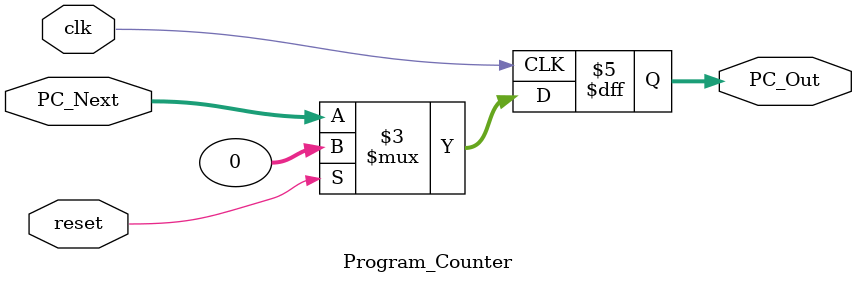
<source format=sv>
module Program_Counter(clk, reset, PC_Next, PC_Out);
	input logic clk, reset;
	input logic [31:0] PC_Next;
	output logic [31:0] PC_Out;
	
	always_ff@(posedge clk) begin
		if(reset) begin
			PC_Out <= 32'h00000000;
		end else begin
			PC_Out <= PC_Next;
		end
	end
endmodule
</source>
